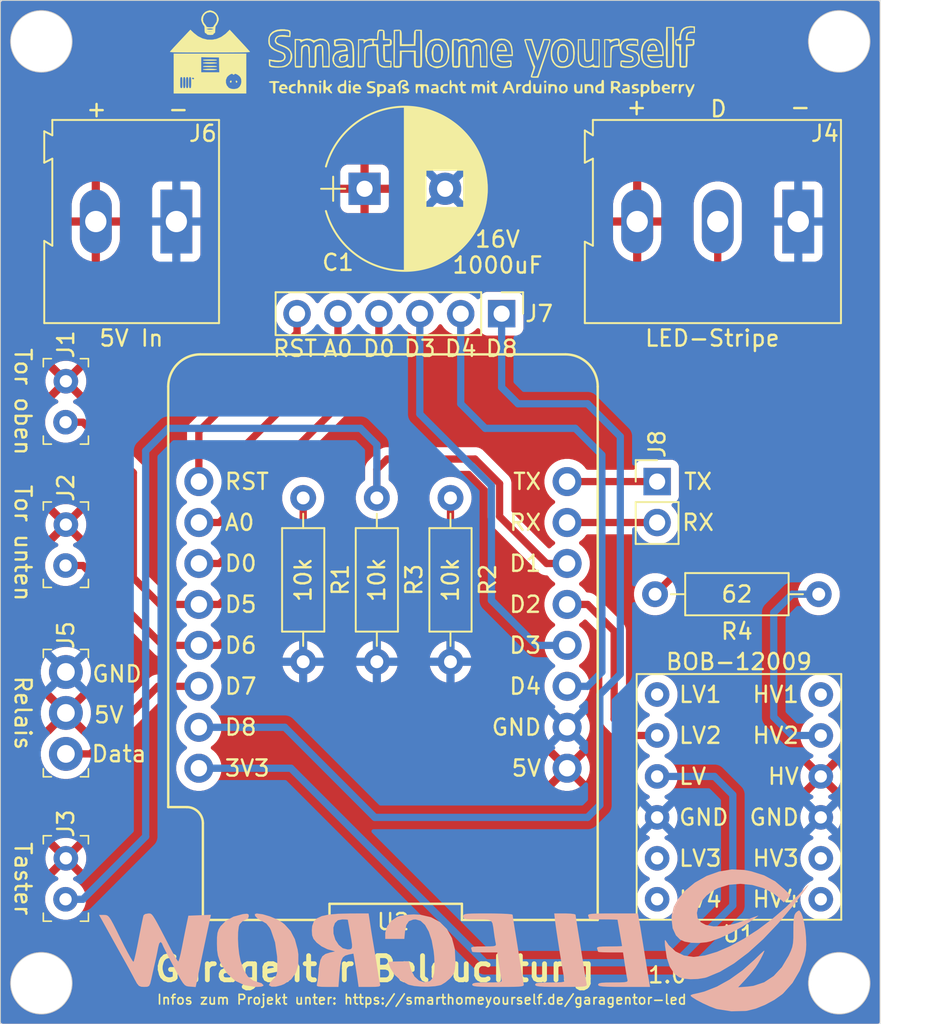
<source format=kicad_pcb>
(kicad_pcb (version 20241229) (generator "pcbnew") (generator_version "9.0")
  (layers (0 "F.Cu" signal) (2 "B.Cu" signal) (13 "F.Paste" user) (15 "B.Paste" user) (5 "F.SilkS" user) (7 "B.SilkS" user) (1 "F.Mask" user) (3 "B.Mask" user) (25 "Edge.Cuts" user))
  (net 0 "")
  (net 1 "GND")
  (net 2 "5V")
  (net 3 "DOOR_OPENED")
  (net 4 "DOOR_CLOSED")
  (net 5 "PUSH_BTN")
  (net 6 "Net-(J4-Pad2)")
  (net 7 "RELAIS_DATA")
  (net 8 "Net-(R4-Pad1)")
  (net 9 "Net-(U1-Pad1)")
  (net 10 "LED_DATA")
  (net 11 "3V3")
  (net 12 "Net-(U1-Pad5)")
  (net 13 "Net-(U1-Pad6)")
  (net 14 "Net-(U1-Pad7)")
  (net 15 "Net-(U1-Pad11)")
  (net 16 "Net-(U1-Pad12)")
  (net 17 "RST")
  (net 18 "A0")
  (net 19 "D0")
  (net 20 "D3")
  (net 21 "D4")
  (net 22 "D8")
  (net 23 "RX")
  (net 24 "TX")
  (footprint "Capacitors_THT:CP_Radial_D10.0mm_P5.00mm" (layer "F.Cu") (at 197.866 42.164)
    (property "Reference" "C1" (at -1.651 4.572 0) (layer "F.SilkS"))
    (property "Value" "16V 1000uF")
    (pad "1" thru_hole rect (at 0 0) (size 2 2) (drill 1) (layers "*.Cu" "*.Mask") (net 2 "5V"))
    (pad "2" thru_hole circle (at 5 0) (size 2 2) (drill 1) (layers "*.Cu" "*.Mask") (net 1 "GND"))
  )
  (footprint "digikey-footprints:PinHeader_1x2_P2.54mm" (layer "F.Cu") (at 179.324 54.102 -90)
    (property "Reference" "J1" (at -2.286 0 90) (layer "F.SilkS"))
    (property "Value" "Reed Sensor Oben")
    (pad "1" thru_hole circle (at 0 0 270) (size 1.524 1.524) (drill 0.762) (layers "*.Cu" "*.Mask") (net 2 "5V"))
    (pad "2" thru_hole circle (at 2.54 0.02 270) (size 1.524 1.524) (drill 0.762) (layers "*.Cu" "*.Mask") (net 3 "DOOR_OPENED"))
  )
  (footprint "digikey-footprints:PinHeader_1x2_P2.54mm" (layer "F.Cu") (at 179.324 62.992 -90)
    (property "Reference" "J2" (at -2.286 0 90) (layer "F.SilkS"))
    (property "Value" "Reed Sensor Unten")
    (pad "1" thru_hole circle (at 0 0 270) (size 1.524 1.524) (drill 0.762) (layers "*.Cu" "*.Mask") (net 2 "5V"))
    (pad "2" thru_hole circle (at 2.54 0.02 270) (size 1.524 1.524) (drill 0.762) (layers "*.Cu" "*.Mask") (net 4 "DOOR_CLOSED"))
  )
  (footprint "digikey-footprints:PinHeader_1x2_P2.54mm" (layer "F.Cu") (at 179.324 83.693 -90)
    (property "Reference" "J3" (at -2.159 0 90) (layer "F.SilkS"))
    (property "Value" "Tor Taster")
    (pad "1" thru_hole circle (at 0 0 270) (size 1.524 1.524) (drill 0.762) (layers "*.Cu" "*.Mask") (net 2 "5V"))
    (pad "2" thru_hole circle (at 2.54 0.02 270) (size 1.524 1.524) (drill 0.762) (layers "*.Cu" "*.Mask") (net 5 "PUSH_BTN"))
  )
  (footprint "terminalblocks:TerminalBlock_Altech_AK300-3_P5.00mm" (layer "F.Cu") (at 224.79 44.196 180)
    (property "Reference" "J4" (at -1.651 5.461 0) (layer "F.SilkS"))
    (property "Value" "LED-Stripe")
    (pad "1" thru_hole rect (at 0 0 180) (size 1.98 3.96) (drill 1.32) (layers "*.Cu" "*.Mask") (net 1 "GND"))
    (pad "2" thru_hole oval (at 5 0 180) (size 1.98 3.96) (drill 1.32) (layers "*.Cu" "*.Mask") (net 6 "Net-(J4-Pad2)"))
    (pad "3" thru_hole oval (at 10 0 180) (size 1.98 3.96) (drill 1.32) (layers "*.Cu" "*.Mask") (net 2 "5V"))
  )
  (footprint "digikey-footprints:PinHeader_1x3_P2.54_Drill1.1mm" (layer "F.Cu") (at 179.324 72.136 -90)
    (property "Reference" "J5" (at -2.286 0 90) (layer "F.SilkS"))
    (property "Value" "Relais")
    (pad "1" thru_hole circle (at 0 0 270) (size 2.1 2.1) (drill 1.1) (layers "*.Cu" "*.Mask") (net 1 "GND"))
    (pad "2" thru_hole circle (at 2.54 0 270) (size 2.1 2.1) (drill 1.1) (layers "*.Cu" "*.Mask") (net 2 "5V"))
    (pad "3" thru_hole circle (at 5.08 0 270) (size 2.1 2.1) (drill 1.1) (layers "*.Cu" "*.Mask") (net 7 "RELAIS_DATA"))
  )
  (footprint "Resistors_THT:R_Axial_DIN0207_L6.3mm_D2.5mm_P10.16mm_Horizontal" (layer "F.Cu") (at 194.056 61.341 -90)
    (property "Reference" "R1" (at 5.08 -2.31 90) (layer "F.SilkS"))
    (property "Value" "10k")
    (pad "1" thru_hole circle (at 0 0 270) (size 1.6 1.6) (drill 0.8) (layers "*.Cu" "*.Mask") (net 3 "DOOR_OPENED"))
    (pad "2" thru_hole oval (at 10.16 0 270) (size 1.6 1.6) (drill 0.8) (layers "*.Cu" "*.Mask") (net 1 "GND"))
  )
  (footprint "Resistors_THT:R_Axial_DIN0207_L6.3mm_D2.5mm_P10.16mm_Horizontal" (layer "F.Cu") (at 203.2 61.341 -90)
    (property "Reference" "R2" (at 5.08 -2.31 90) (layer "F.SilkS"))
    (property "Value" "10k")
    (pad "1" thru_hole circle (at 0 0 270) (size 1.6 1.6) (drill 0.8) (layers "*.Cu" "*.Mask") (net 4 "DOOR_CLOSED"))
    (pad "2" thru_hole oval (at 10.16 0 270) (size 1.6 1.6) (drill 0.8) (layers "*.Cu" "*.Mask") (net 1 "GND"))
  )
  (footprint "Resistors_THT:R_Axial_DIN0207_L6.3mm_D2.5mm_P10.16mm_Horizontal" (layer "F.Cu") (at 198.628 61.341 -90)
    (property "Reference" "R3" (at 5.08 -2.31 90) (layer "F.SilkS"))
    (property "Value" "10k")
    (pad "1" thru_hole circle (at 0 0 270) (size 1.6 1.6) (drill 0.8) (layers "*.Cu" "*.Mask") (net 5 "PUSH_BTN"))
    (pad "2" thru_hole oval (at 10.16 0 270) (size 1.6 1.6) (drill 0.8) (layers "*.Cu" "*.Mask") (net 1 "GND"))
  )
  (footprint "Resistors_THT:R_Axial_DIN0207_L6.3mm_D2.5mm_P10.16mm_Horizontal" (layer "F.Cu") (at 226.06 67.31 180)
    (property "Reference" "R4" (at 5.08 -2.31 0) (layer "F.SilkS"))
    (property "Value" "62")
    (pad "1" thru_hole circle (at 0 0 180) (size 1.6 1.6) (drill 0.8) (layers "*.Cu" "*.Mask") (net 8 "Net-(R4-Pad1)"))
    (pad "2" thru_hole oval (at 10.16 0 180) (size 1.6 1.6) (drill 0.8) (layers "*.Cu" "*.Mask") (net 6 "Net-(J4-Pad2)"))
  )
  (footprint "wemos-d1-mini:wemos-d1-mini-with-pin-header" (layer "F.Cu") (at 199.009 69.215 90)
    (property "Reference" "U2" (at -18.415 0.635 0) (layer "F.SilkS"))
    (property "Value" "WeMos_D1_mini")
    (pad "1" thru_hole circle (at 8.89 -11.43 90) (size 1.8 1.8) (drill 1.016) (layers "*.Cu" "*.Mask") (net 17 "RST"))
    (pad "2" thru_hole circle (at 6.35 -11.43 90) (size 1.8 1.8) (drill 1.016) (layers "*.Cu" "*.Mask") (net 18 "A0"))
    (pad "3" thru_hole circle (at 3.81 -11.43 90) (size 1.8 1.8) (drill 1.016) (layers "*.Cu" "*.Mask") (net 19 "D0"))
    (pad "4" thru_hole circle (at 1.27 -11.43 90) (size 1.8 1.8) (drill 1.016) (layers "*.Cu" "*.Mask") (net 3 "DOOR_OPENED"))
    (pad "5" thru_hole circle (at -1.27 -11.43 90) (size 1.8 1.8) (drill 1.016) (layers "*.Cu" "*.Mask") (net 4 "DOOR_CLOSED"))
    (pad "6" thru_hole circle (at -3.81 -11.43 90) (size 1.8 1.8) (drill 1.016) (layers "*.Cu" "*.Mask") (net 7 "RELAIS_DATA"))
    (pad "7" thru_hole circle (at -6.35 -11.43 90) (size 1.8 1.8) (drill 1.016) (layers "*.Cu" "*.Mask") (net 22 "D8"))
    (pad "8" thru_hole circle (at -8.89 -11.43 90) (size 1.8 1.8) (drill 1.016) (layers "*.Cu" "*.Mask") (net 11 "3V3"))
    (pad "9" thru_hole circle (at -8.89 11.43 90) (size 1.8 1.8) (drill 1.016) (layers "*.Cu" "*.Mask") (net 2 "5V"))
    (pad "10" thru_hole circle (at -6.35 11.43 90) (size 1.8 1.8) (drill 1.016) (layers "*.Cu" "*.Mask") (net 1 "GND"))
    (pad "11" thru_hole circle (at -3.81 11.43 90) (size 1.8 1.8) (drill 1.016) (layers "*.Cu" "*.Mask") (net 21 "D4"))
    (pad "12" thru_hole circle (at -1.27 11.43 90) (size 1.8 1.8) (drill 1.016) (layers "*.Cu" "*.Mask") (net 20 "D3"))
    (pad "13" thru_hole circle (at 1.27 11.43 90) (size 1.8 1.8) (drill 1.016) (layers "*.Cu" "*.Mask") (net 10 "LED_DATA"))
    (pad "14" thru_hole circle (at 3.81 11.43 90) (size 1.8 1.8) (drill 1.016) (layers "*.Cu" "*.Mask") (net 5 "PUSH_BTN"))
    (pad "15" thru_hole circle (at 6.35 11.43 90) (size 1.8 1.8) (drill 1.016) (layers "*.Cu" "*.Mask") (net 23 "RX"))
    (pad "16" thru_hole circle (at 8.89 11.43 90) (size 1.8 1.8) (drill 1.016) (layers "*.Cu" "*.Mask") (net 24 "TX"))
  )
  (footprint "terminalblocks:TerminalBlock_Altech_AK300-2_P5.00mm" (layer "F.Cu") (at 186.182 44.196 180)
    (property "Reference" "J6" (at -1.651 5.461 0) (layer "F.SilkS"))
    (property "Value" "5V In")
    (pad "1" thru_hole rect (at 0 0 180) (size 1.98 3.96) (drill 1.32) (layers "*.Cu" "*.Mask") (net 1 "GND"))
    (pad "2" thru_hole oval (at 5 0 180) (size 1.98 3.96) (drill 1.32) (layers "*.Cu" "*.Mask") (net 2 "5V"))
  )
  (footprint "levelshifter:levelshifter_BOB12009" (layer "F.Cu") (at 219.837 70.993)
    (property "Reference" "U1" (at 1.27 17.399 0) (layer "F.SilkS"))
    (property "Value" "4ch_levelshifter_bidir_BOB-12009")
    (fp_text user "LV2" (at -2.54 5.08 0) (layer "F.SilkS") (effects (justify left)))
    (fp_text user "HV1" (at 5.08 2.54 0) (layer "F.SilkS") (effects (justify right)))
    (fp_text user "LV3" (at -2.54 12.7 0) (layer "F.SilkS") (effects (justify left)))
    (fp_text user "HV" (at 5.08 7.62 0) (layer "F.SilkS") (effects (justify right)))
    (fp_text user "GND" (at -2.54 10.16 0) (layer "F.SilkS") (effects (justify left)))
    (fp_text user "HV3" (at 5.08 12.7 0) (layer "F.SilkS") (effects (justify right)))
    (fp_text user "LV" (at -2.54 7.62 0) (layer "F.SilkS") (effects (justify left)))
    (fp_text user "HV2" (at 5.08 5.08 0) (layer "F.SilkS") (effects (justify right)))
    (fp_text user "GND" (at 5.08 10.16 0) (layer "F.SilkS") (effects (justify right)))
    (fp_text user "HV4" (at 5.08 15.24 0) (layer "F.SilkS") (effects (justify right)))
    (fp_text user "LV1" (at -2.54 2.54 0) (layer "F.SilkS") (effects (justify left)))
    (fp_text user "LV4" (at -2.54 15.24 0) (layer "F.SilkS") (effects (justify left)))
    (pad "1" thru_hole circle (at -3.81 2.54) (size 1.524 1.524) (drill 0.762) (layers "*.Cu" "*.Mask") (net 9 "Net-(U1-Pad1)"))
    (pad "2" thru_hole circle (at -3.81 5.08) (size 1.524 1.524) (drill 0.762) (layers "*.Cu" "*.Mask") (net 10 "LED_DATA"))
    (pad "3" thru_hole circle (at -3.81 7.62) (size 1.524 1.524) (drill 0.762) (layers "*.Cu" "*.Mask") (net 11 "3V3"))
    (pad "4" thru_hole circle (at -3.81 10.16) (size 1.524 1.524) (drill 0.762) (layers "*.Cu" "*.Mask") (net 1 "GND"))
    (pad "5" thru_hole circle (at -3.81 12.7) (size 1.524 1.524) (drill 0.762) (layers "*.Cu" "*.Mask") (net 12 "Net-(U1-Pad5)"))
    (pad "6" thru_hole circle (at -3.81 15.24) (size 1.524 1.524) (drill 0.762) (layers "*.Cu" "*.Mask") (net 13 "Net-(U1-Pad6)"))
    (pad "7" thru_hole circle (at 6.35 2.54) (size 1.524 1.524) (drill 0.762) (layers "*.Cu" "*.Mask") (net 14 "Net-(U1-Pad7)"))
    (pad "8" thru_hole circle (at 6.35 5.08) (size 1.524 1.524) (drill 0.762) (layers "*.Cu" "*.Mask") (net 8 "Net-(R4-Pad1)"))
    (pad "9" thru_hole circle (at 6.35 7.62) (size 1.524 1.524) (drill 0.762) (layers "*.Cu" "*.Mask") (net 2 "5V"))
    (pad "10" thru_hole circle (at 6.35 10.16) (size 1.524 1.524) (drill 0.762) (layers "*.Cu" "*.Mask") (net 1 "GND"))
    (pad "11" thru_hole circle (at 6.35 12.7) (size 1.524 1.524) (drill 0.762) (layers "*.Cu" "*.Mask") (net 15 "Net-(U1-Pad11)"))
    (pad "12" thru_hole circle (at 6.35 15.24) (size 1.524 1.524) (drill 0.762) (layers "*.Cu" "*.Mask") (net 16 "Net-(U1-Pad12)"))
  )
  (footprint "Grafiken:SHYS-Logo_small" (layer "F.Cu") (at 202.057 33.782)
    (property "Reference" "G***" (hide yes))
    (property "Value" "LOGO" (hide yes))
  )
  (footprint "Pin_Headers:Pin_Header_Straight_1x06_Pitch2.54mm" (layer "F.Cu") (at 206.375 49.911 -90)
    (property "Reference" "J7" (at 0 -2.33 180) (layer "F.SilkS"))
    (property "Value" "Pinout")
    (pad "1" thru_hole rect (at 0 0 270) (size 1.7 1.7) (drill 1) (layers "*.Cu" "*.Mask") (net 22 "D8"))
    (pad "2" thru_hole oval (at 0 2.54 270) (size 1.7 1.7) (drill 1) (layers "*.Cu" "*.Mask") (net 21 "D4"))
    (pad "3" thru_hole oval (at 0 5.08 270) (size 1.7 1.7) (drill 1) (layers "*.Cu" "*.Mask") (net 20 "D3"))
    (pad "4" thru_hole oval (at 0 7.62 270) (size 1.7 1.7) (drill 1) (layers "*.Cu" "*.Mask") (net 19 "D0"))
    (pad "5" thru_hole oval (at 0 10.16 270) (size 1.7 1.7) (drill 1) (layers "*.Cu" "*.Mask") (net 18 "A0"))
    (pad "6" thru_hole oval (at 0 12.7 270) (size 1.7 1.7) (drill 1) (layers "*.Cu" "*.Mask") (net 17 "RST"))
  )
  (footprint "Pin_Headers:Pin_Header_Straight_1x02_Pitch2.54mm" (layer "F.Cu") (at 216.027 60.325)
    (property "Reference" "J8" (at 0 -2.33 90) (layer "F.SilkS"))
    (property "Value" "TX/RX")
    (pad "1" thru_hole rect (at 0 0) (size 1.7 1.7) (drill 1) (layers "*.Cu" "*.Mask") (net 24 "TX"))
    (pad "2" thru_hole oval (at 0 2.54) (size 1.7 1.7) (drill 1) (layers "*.Cu" "*.Mask") (net 23 "RX"))
  )
  (footprint "_KiCad-Logos:elecrow_45x9" (layer "B.Cu") (at 203.708 88.646 180)
    (property "Reference" "G***")
    (property "Value" "LOGO" (hide yes))
  )
  (gr_line (start 229.87 93.98) (end 175.26 93.98) (stroke (width 0.05)) (layer "Edge.Cuts"))
  (gr_circle (center 227.33 33.02) (end 227.33 34.925) (stroke (width 0.05)) (fill no) (layer "Edge.Cuts"))
  (gr_circle (center 227.33 91.44) (end 227.33 93.345) (stroke (width 0.05)) (fill no) (layer "Edge.Cuts"))
  (gr_circle (center 177.8 91.44) (end 177.8 93.345) (stroke (width 0.05)) (fill no) (layer "Edge.Cuts"))
  (gr_line (start 175.26 30.48) (end 229.87 30.48) (stroke (width 0.05)) (layer "Edge.Cuts"))
  (gr_line (start 229.87 30.48) (end 229.87 93.98) (stroke (width 0.05)) (layer "Edge.Cuts"))
  (gr_line (start 175.26 30.48) (end 175.26 93.98) (stroke (width 0.05)) (layer "Edge.Cuts"))
  (gr_circle (center 177.8 33.02) (end 177.8 34.925) (stroke (width 0.05)) (fill no) (layer "Edge.Cuts"))
  (gr_text "Tor unten" (at 176.657 64.135 270) (layer "F.SilkS") (effects (font (size 1 1))))
  (gr_text "Relais" (at 176.657 74.676 270) (layer "F.SilkS") (effects (font (size 1 1))))
  (gr_text "Taster" (at 176.657 84.963 270) (layer "F.SilkS") (effects (font (size 1 1))))
  (gr_text "10k" (at 198.628 66.421 90) (layer "F.SilkS") (effects (font (size 1 1))))
  (gr_text "10k" (at 203.2 66.421 90) (layer "F.SilkS") (effects (font (size 1 1))))
  (gr_text "A0" (at 189.103 62.865 0) (layer "F.SilkS") (effects (font (size 1 1)) (justify left)))
  (gr_text "D0" (at 189.103 65.405 0) (layer "F.SilkS") (effects (font (size 1 1)) (justify left)))
  (gr_text "D5" (at 189.103 67.945 0) (layer "F.SilkS") (effects (font (size 1 1)) (justify left)))
  (gr_text "D6" (at 189.103 70.485 0) (layer "F.SilkS") (effects (font (size 1 1)) (justify left)))
  (gr_text "D7" (at 189.103 73.025 0) (layer "F.SilkS") (effects (font (size 1 1)) (justify left)))
  (gr_text "D8" (at 189.103 75.565 0) (layer "F.SilkS") (effects (font (size 1 1)) (justify left)))
  (gr_text "3V3" (at 189.103 78.105 0) (layer "F.SilkS") (effects (font (size 1 1)) (justify left)))
  (gr_text "RX" (at 208.915 62.865 0) (layer "F.SilkS") (effects (font (size 1 1)) (justify right)))
  (gr_text "D1" (at 208.915 65.405 0) (layer "F.SilkS") (effects (font (size 1 1)) (justify right)))
  (gr_text "D2" (at 208.915 67.945 0) (layer "F.SilkS") (effects (font (size 1 1)) (justify right)))
  (gr_text "D3" (at 208.915 70.485 0) (layer "F.SilkS") (effects (font (size 1 1)) (justify right)))
  (gr_text "D4" (at 208.915 73.025 0) (layer "F.SilkS") (effects (font (size 1 1)) (justify right)))
  (gr_text "GND" (at 208.915 75.565 0) (layer "F.SilkS") (effects (font (size 1 1)) (justify right)))
  (gr_text "5V" (at 208.915 78.105 0) (layer "F.SilkS") (effects (font (size 1 1)) (justify right)))
  (gr_text "RST" (at 193.548 52.07 0) (layer "F.SilkS") (effects (font (size 1 1))))
  (gr_text "TX" (at 208.915 60.325 0) (layer "F.SilkS") (effects (font (size 1 1)) (justify right)))
  (gr_text "10k" (at 194.056 66.421 90) (layer "F.SilkS") (effects (font (size 1 1))))
  (gr_text "+" (at 214.757 37.084 0) (layer "F.SilkS") (effects (font (size 1 1))))
  (gr_text "D4" (at 203.835 52.07 0) (layer "F.SilkS") (effects (font (size 1 1))))
  (gr_text "-" (at 186.309 37.211 0) (layer "F.SilkS") (effects (font (size 1 1))))
  (gr_text "D0" (at 198.755 52.07 0) (layer "F.SilkS") (effects (font (size 1 1))))
  (gr_text "LED-Stripe" (at 219.456 51.435 0) (layer "F.SilkS") (effects (font (size 1 1))))
  (gr_text "D8" (at 206.375 52.07 0) (layer "F.SilkS") (effects (font (size 1 1))))
  (gr_text "+" (at 181.229 37.211 0) (layer "F.SilkS") (effects (font (size 1 1))))
  (gr_text "GND" (at 182.499 72.263 0) (layer "F.SilkS") (effects (font (size 1 1))))
  (gr_text "5V" (at 181.991 74.803 0) (layer "F.SilkS") (effects (font (size 1 1))))
  (gr_text "RST" (at 189.103 60.325 0) (layer "F.SilkS") (effects (font (size 1 1)) (justify left)))
  (gr_text "D" (at 219.837 37.211 0) (layer "F.SilkS") (effects (font (size 1 1))))
  (gr_text "A0" (at 196.215 52.07 0) (layer "F.SilkS") (effects (font (size 1 1))))
  (gr_text "Tor oben" (at 176.657 55.372 270) (layer "F.SilkS") (effects (font (size 1 1))))
  (gr_text "-" (at 224.917 37.084 0) (layer "F.SilkS") (effects (font (size 1 1))))
  (gr_text "RX" (at 218.567 62.865 0) (layer "F.SilkS") (effects (font (size 1 1))))
  (gr_text "BOB-12009" (at 221.107 71.501 0) (layer "F.SilkS") (effects (font (size 1 1))))
  (gr_text "16V\n1000uF" (at 206.121 46.101 0) (layer "F.SilkS") (effects (font (size 1 1))))
  (gr_text "D3" (at 201.295 52.07 0) (layer "F.SilkS") (effects (font (size 1 1))))
  (gr_text "Data" (at 182.626 77.216 0) (layer "F.SilkS") (effects (font (size 1 1))))
  (gr_text "TX" (at 218.567 60.325 0) (layer "F.SilkS") (effects (font (size 1 1))))
  (gr_text "5V In" (at 183.388 51.435 0) (layer "F.SilkS") (effects (font (size 1 1))))
  (gr_text "62" (at 220.98 67.31 0) (layer "F.SilkS") (effects (font (size 1 1))))
  (gr_text "v1.0" (at 216.281 90.932 0) (layer "F.SilkS") (effects (font (size 1 1))))
  (gr_text "Garagentor Beleuchtung" (at 198.501 90.551 0) (layer "F.SilkS") (effects (font (size 1.5 1.5) (thickness 0.3))))
  (gr_text "Infos zum Projekt unter: https://smarthomeyourself.de/garagentor-led" (at 201.422 92.456 0) (layer "F.SilkS") (effects (font (size 0.6 0.6) (thickness 0.1))))
  (segment (start 188.851792 67.945) (end 194.056 62.740792) (width 0.45) (layer "F.Cu") (net 3))
  (segment (start 187.579 67.945) (end 188.851792 67.945) (width 0.45) (layer "F.Cu") (net 3))
  (segment (start 183.515 66.294) (end 185.166 67.945) (width 0.45) (layer "F.Cu") (net 3))
  (segment (start 194.056 62.47237) (end 194.056 61.341) (width 0.45) (layer "F.Cu") (net 3))
  (segment (start 194.056 62.740792) (end 194.056 62.47237) (width 0.45) (layer "F.Cu") (net 3))
  (segment (start 180.38163 56.642) (end 183.515 59.77537) (width 0.45) (layer "F.Cu") (net 3))
  (segment (start 183.515 59.77537) (end 183.515 66.294) (width 0.45) (layer "F.Cu") (net 3))
  (segment (start 179.304 56.642) (end 180.38163 56.642) (width 0.45) (layer "F.Cu") (net 3))
  (segment (start 185.166 67.945) (end 187.579 67.945) (width 0.45) (layer "F.Cu") (net 3))
  (segment (start 179.304 65.532) (end 180.38163 65.532) (width 0.45) (layer "F.Cu") (net 4))
  (segment (start 203.2 63.5) (end 203.2 61.341) (width 0.45) (layer "F.Cu") (net 4))
  (segment (start 185.33463 70.485) (end 186.306208 70.485) (width 0.45) (layer "F.Cu") (net 4))
  (segment (start 187.579 70.485) (end 188.851792 70.485) (width 0.45) (layer "F.Cu") (net 4))
  (segment (start 194.820792 64.516) (end 202.184 64.516) (width 0.45) (layer "F.Cu") (net 4))
  (segment (start 180.38163 65.532) (end 185.33463 70.485) (width 0.45) (layer "F.Cu") (net 4))
  (segment (start 186.306208 70.485) (end 187.579 70.485) (width 0.45) (layer "F.Cu") (net 4))
  (segment (start 202.184 64.516) (end 203.2 63.5) (width 0.45) (layer "F.Cu") (net 4))
  (segment (start 188.851792 70.485) (end 194.820792 64.516) (width 0.45) (layer "F.Cu") (net 4))
  (segment (start 204.724 58.928) (end 199.263 58.928) (width 0.45) (layer "F.Cu") (net 5))
  (segment (start 206.248 62.486792) (end 206.248 60.452) (width 0.45) (layer "F.Cu") (net 5))
  (segment (start 209.166208 65.405) (end 206.248 62.486792) (width 0.45) (layer "F.Cu") (net 5))
  (segment (start 206.248 60.452) (end 204.724 58.928) (width 0.45) (layer "F.Cu") (net 5))
  (segment (start 210.439 65.405) (end 209.166208 65.405) (width 0.45) (layer "F.Cu") (net 5))
  (segment (start 199.263 58.928) (end 198.628 59.563) (width 0.45) (layer "F.Cu") (net 5))
  (segment (start 198.628 59.563) (end 198.628 61.341) (width 0.45) (layer "F.Cu") (net 5))
  (segment (start 184.277 58.42) (end 185.674 57.023) (width 0.45) (layer "B.Cu") (net 5))
  (segment (start 180.38163 86.233) (end 184.277 82.33763) (width 0.45) (layer "B.Cu") (net 5))
  (segment (start 198.628 58.039) (end 198.628 61.341) (width 0.45) (layer "B.Cu") (net 5))
  (segment (start 184.277 82.33763) (end 184.277 58.42) (width 0.45) (layer "B.Cu") (net 5))
  (segment (start 197.612 57.023) (end 198.628 58.039) (width 0.45) (layer "B.Cu") (net 5))
  (segment (start 179.304 86.233) (end 180.38163 86.233) (width 0.45) (layer "B.Cu") (net 5))
  (segment (start 185.674 57.023) (end 197.612 57.023) (width 0.45) (layer "B.Cu") (net 5))
  (segment (start 219.79 44.196) (end 219.79 63.42) (width 0.45) (layer "F.Cu") (net 6))
  (segment (start 219.79 63.42) (end 215.9 67.31) (width 0.45) (layer "F.Cu") (net 6))
  (segment (start 179.324 77.216) (end 180.848 77.216) (width 0.45) (layer "F.Cu") (net 7))
  (segment (start 185.039 73.025) (end 187.579 73.025) (width 0.45) (layer "F.Cu") (net 7))
  (segment (start 180.848 77.216) (end 185.039 73.025) (width 0.45) (layer "F.Cu") (net 7))
  (segment (start 223.266 68.453) (end 223.266 74.93) (width 0.45) (layer "B.Cu") (net 8))
  (segment (start 226.06 67.31) (end 224.409 67.31) (width 0.45) (layer "B.Cu") (net 8))
  (segment (start 223.266 74.93) (end 224.409 76.073) (width 0.45) (layer "B.Cu") (net 8))
  (segment (start 224.409 67.31) (end 223.266 68.453) (width 0.45) (layer "B.Cu") (net 8))
  (segment (start 224.409 76.073) (end 226.187 76.073) (width 0.45) (layer "B.Cu") (net 8))
  (segment (start 211.711792 67.945) (end 213.36 69.593208) (width 0.45) (layer "F.Cu") (net 10))
  (segment (start 213.36 69.593208) (end 213.36 75.057) (width 0.45) (layer "F.Cu") (net 10))
  (segment (start 213.36 75.057) (end 214.376 76.073) (width 0.45) (layer "F.Cu") (net 10))
  (segment (start 214.376 76.073) (end 216.027 76.073) (width 0.45) (layer "F.Cu") (net 10))
  (segment (start 210.439 67.945) (end 211.711792 67.945) (width 0.45) (layer "F.Cu") (net 10))
  (segment (start 193.294 78.105) (end 205.359 90.17) (width 0.45) (layer "B.Cu") (net 11))
  (segment (start 220.726 86.614) (end 220.726 79.756) (width 0.45) (layer "B.Cu") (net 11))
  (segment (start 220.726 79.756) (end 219.583 78.613) (width 0.45) (layer "B.Cu") (net 11))
  (segment (start 219.583 78.613) (end 216.027 78.613) (width 0.45) (layer "B.Cu") (net 11))
  (segment (start 217.17 90.17) (end 220.726 86.614) (width 0.45) (layer "B.Cu") (net 11))
  (segment (start 205.359 90.17) (end 217.17 90.17) (width 0.45) (layer "B.Cu") (net 11))
  (segment (start 187.579 78.105) (end 193.294 78.105) (width 0.45) (layer "B.Cu") (net 11))
  (segment (start 187.579 59.052208) (end 187.579 60.325) (width 0.45) (layer "F.Cu") (net 17))
  (segment (start 187.579 57.209081) (end 187.579 59.052208) (width 0.45) (layer "F.Cu") (net 17))
  (segment (start 193.675 51.113081) (end 187.579 57.209081) (width 0.45) (layer "F.Cu") (net 17))
  (segment (start 193.675 49.911) (end 193.675 51.113081) (width 0.45) (layer "F.Cu") (net 17))
  (segment (start 196.215 49.911) (end 196.215 52.324) (width 0.45) (layer "F.Cu") (net 18))
  (segment (start 196.215 52.324) (end 189.738 58.801) (width 0.45) (layer "F.Cu") (net 18))
  (segment (start 189.738 61.978792) (end 188.851792 62.865) (width 0.45) (layer "F.Cu") (net 18))
  (segment (start 188.851792 62.865) (end 187.579 62.865) (width 0.45) (layer "F.Cu") (net 18))
  (segment (start 189.738 58.801) (end 189.738 61.978792) (width 0.45) (layer "F.Cu") (net 18))
  (segment (start 189.867792 64.389) (end 188.851792 65.405) (width 0.45) (layer "F.Cu") (net 19))
  (segment (start 198.755 53.086) (end 191.516 60.325) (width 0.45) (layer "F.Cu") (net 19))
  (segment (start 198.755 49.911) (end 198.755 53.086) (width 0.45) (layer "F.Cu") (net 19))
  (segment (start 189.867792 64.386208) (end 189.867792 64.389) (width 0.45) (layer "F.Cu") (net 19))
  (segment (start 188.851792 65.405) (end 187.579 65.405) (width 0.45) (layer "F.Cu") (net 19))
  (segment (start 191.516 62.738) (end 189.867792 64.386208) (width 0.45) (layer "F.Cu") (net 19))
  (segment (start 191.516 60.325) (end 191.516 62.738) (width 0.45) (layer "F.Cu") (net 19))
  (segment (start 201.295 56.134) (end 201.295 49.911) (width 0.45) (layer "B.Cu") (net 20))
  (segment (start 208.534 70.485) (end 205.74 67.691) (width 0.45) (layer "B.Cu") (net 20))
  (segment (start 205.74 60.579) (end 201.295 56.134) (width 0.45) (layer "B.Cu") (net 20))
  (segment (start 205.74 67.691) (end 205.74 60.579) (width 0.45) (layer "B.Cu") (net 20))
  (segment (start 210.439 70.485) (end 208.534 70.485) (width 0.45) (layer "B.Cu") (net 20))
  (segment (start 212.598 72.138792) (end 212.598 58.674) (width 0.45) (layer "B.Cu") (net 21))
  (segment (start 210.947 57.023) (end 205.359 57.023) (width 0.45) (layer "B.Cu") (net 21))
  (segment (start 211.711792 73.025) (end 212.598 72.138792) (width 0.45) (layer "B.Cu") (net 21))
  (segment (start 203.835 55.499) (end 203.835 49.911) (width 0.45) (layer "B.Cu") (net 21))
  (segment (start 205.359 57.023) (end 203.835 55.499) (width 0.45) (layer "B.Cu") (net 21))
  (segment (start 212.598 58.674) (end 210.947 57.023) (width 0.45) (layer "B.Cu") (net 21))
  (segment (start 210.439 73.025) (end 211.711792 73.025) (width 0.45) (layer "B.Cu") (net 21))
  (segment (start 198.501 81.153) (end 211.709 81.153) (width 0.45) (layer "B.Cu") (net 22))
  (segment (start 207.391 55.499) (end 206.375 54.483) (width 0.45) (layer "B.Cu") (net 22))
  (segment (start 212.471 73.533) (end 213.741 72.263) (width 0.45) (layer "B.Cu") (net 22))
  (segment (start 211.709 81.153) (end 212.471 80.391) (width 0.45) (layer "B.Cu") (net 22))
  (segment (start 206.375 54.483) (end 206.375 49.911) (width 0.45) (layer "B.Cu") (net 22))
  (segment (start 211.709 55.499) (end 207.391 55.499) (width 0.45) (layer "B.Cu") (net 22))
  (segment (start 192.913 75.565) (end 198.501 81.153) (width 0.45) (layer "B.Cu") (net 22))
  (segment (start 213.741 72.263) (end 213.741 57.531) (width 0.45) (layer "B.Cu") (net 22))
  (segment (start 187.579 75.565) (end 192.913 75.565) (width 0.45) (layer "B.Cu") (net 22))
  (segment (start 213.741 57.531) (end 211.709 55.499) (width 0.45) (layer "B.Cu") (net 22))
  (segment (start 212.471 80.391) (end 212.471 73.533) (width 0.45) (layer "B.Cu") (net 22))
  (segment (start 210.439 62.865) (end 216.027 62.865) (width 0.45) (layer "F.Cu") (net 23))
  (segment (start 211.711792 60.325) (end 216.027 60.325) (width 0.45) (layer "F.Cu") (net 24))
  (segment (start 210.439 60.325) (end 211.711792 60.325) (width 0.45) (layer "F.Cu") (net 24))
  (zone (net 2) (net_name "5V") (layer "F.Cu") (connect_pads (clearance 0.508)) (min_thickness 0.254) (fill yes (thermal_gap 0.508) (thermal_bridge_width 0.508))
    (polygon (pts (xy 229.87 93.98) (xy 175.26 93.98) (xy 175.26 30.48) (xy 229.87 30.48)))
  )
  (zone (net 1) (net_name "GND") (layer "B.Cu") (connect_pads (clearance 0.508)) (min_thickness 0.254) (fill yes (thermal_gap 0.508) (thermal_bridge_width 0.508))
    (polygon (pts (xy 229.87 93.98) (xy 175.26 93.98) (xy 175.26 30.48) (xy 229.87 30.48)))
  )
)
</source>
